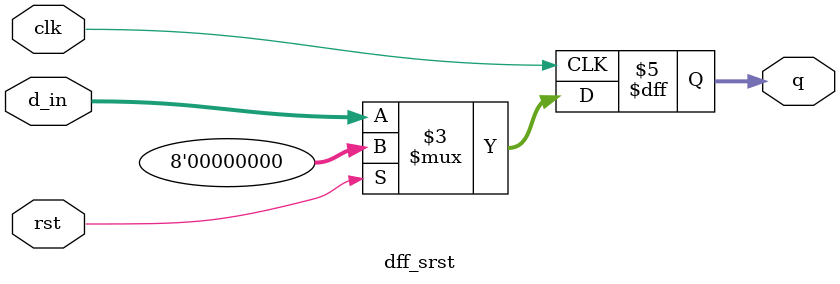
<source format=sv>
/*----------------------------------------------------------------------------------
-- Company: University
-- Engineer: student
-- Create Date: 24.10.2016 
-- Module Name: dff_srst - Behavioral
-- Project Name: D-flipflop
-- Target Devices: 
-- HDL: SystemVerilog
-- Tool Versions: ModelSim Altera starter edition
-- Description: D-flipflop with synchronous reset
-- Revision 0.01 - File Created
----------------------------------------------------------------------------------*/

module dff_srst(input logic clk,rst,
		input logic [7:0] d_in,
		output logic [7:0] q);

always_ff @ (posedge clk)
	if(rst) q <= 8'b0;
	else q <= d_in;
endmodule

</source>
